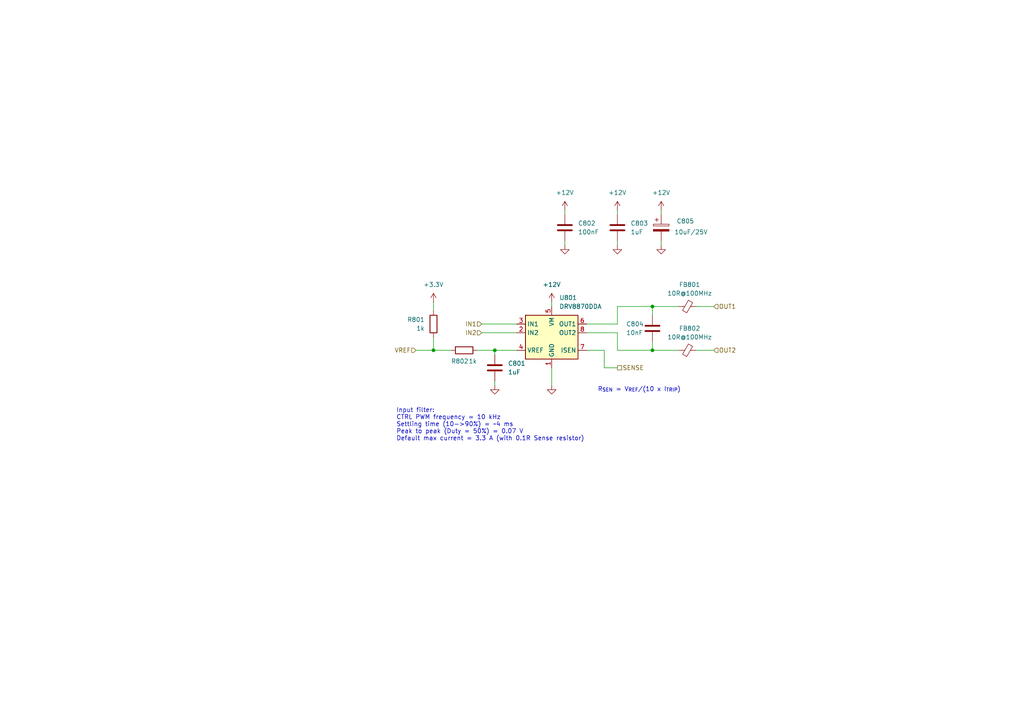
<source format=kicad_sch>
(kicad_sch (version 20231120) (generator "eeschema") (generator_version "8.0")
  (paper "A4")
  (title_block (title "Control board") (date "2024-06-11") (rev "${VERSION}") (company "TrendBit s.r.o.") (comment 1 "Designed by: Petr Malaník"))
  (lib_symbols
    (symbol "Device:C" (pin_numbers hide) (pin_names (offset 0.254))
      (property "Reference" "C" (at 0.635 2.54 0))
      (property "Value" "C" (at 0.635 -2.54 0))
      (symbol "C_0_1"
        (polyline (pts (xy -2.032 -0.762) (xy 2.032 -0.762)) (stroke (width 0.508)))
        (polyline (pts (xy -2.032 0.762) (xy 2.032 0.762)) (stroke (width 0.508)))
      )
      (symbol "C_1_1"
        (pin passive line (at 0 3.81 270) (length 2.794) (name "~") (number "1"))
        (pin passive line (at 0 -3.81 90) (length 2.794) (name "~") (number "2"))
      )
    )
    (symbol "Device:C_Polarized" (pin_numbers hide) (pin_names (offset 0.254))
      (property "Reference" "C" (at 0.635 2.54 0))
      (property "Value" "C_Polarized" (at 0.635 -2.54 0))
      (symbol "C_Polarized_0_1"
        (rectangle (start -2.286 0.508) (end 2.286 1.016))
        (polyline (pts (xy -1.778 2.286) (xy -0.762 2.286)))
        (polyline (pts (xy -1.27 2.794) (xy -1.27 1.778)))
        (rectangle (start 2.286 -0.508) (end -2.286 -1.016) (fill (type outline)))
      )
      (symbol "C_Polarized_1_1"
        (pin passive line (at 0 3.81 270) (length 2.794) (name "~") (number "1"))
        (pin passive line (at 0 -3.81 90) (length 2.794) (name "~") (number "2"))
      )
    )
    (symbol "Device:FerriteBead_Small" (pin_numbers hide) (pin_names (offset 0))
      (property "Reference" "FB" (at 1.905 1.27 0))
      (property "Value" "FerriteBead_Small" (at 1.905 -1.27 0))
      (symbol "FerriteBead_Small_0_1"
        (polyline (pts (xy 0 -1.27) (xy 0 -0.7874)))
        (polyline (pts (xy 0 0.889) (xy 0 1.2954)))
        (polyline (pts (xy -1.8288 0.2794) (xy -1.1176 1.4986) (xy 1.8288 -0.2032) (xy 1.1176 -1.4224) (xy -1.8288 0.2794)))
      )
      (symbol "FerriteBead_Small_1_1"
        (pin passive line (at 0 2.54 270) (length 1.27) (name "~") (number "1"))
        (pin passive line (at 0 -2.54 90) (length 1.27) (name "~") (number "2"))
      )
    )
    (symbol "Device:R" (pin_numbers hide) (pin_names (offset 0))
      (property "Reference" "R" (at 2.032 0 90))
      (property "Value" "R" (at 0 0 90))
      (symbol "R_0_1"
        (rectangle (start -1.016 -2.54) (end 1.016 2.54) (stroke (width 0.254)))
      )
      (symbol "R_1_1"
        (pin passive line (at 0 3.81 270) (length 1.27) (name "~") (number "1"))
        (pin passive line (at 0 -3.81 90) (length 1.27) (name "~") (number "2"))
      )
    )
    (symbol "Driver_Motor:DRV8870DDA"
      (property "Reference" "U" (at -6.35 6.35 0))
      (property "Value" "DRV8870DDA" (at 8.89 6.35 0))
      (symbol "DRV8870DDA_0_1"
        (rectangle (start -7.62 5.08) (end 7.62 -7.62) (stroke (width 0.254)) (fill (type background)))
      )
      (symbol "DRV8870DDA_1_1"
        (pin power_in line (at 0 -10.16 90) (length 2.54) (name "GND") (number "1"))
        (pin input line (at -10.16 0 0) (length 2.54) (name "IN2") (number "2"))
        (pin input line (at -10.16 2.54 0) (length 2.54) (name "IN1") (number "3"))
        (pin input line (at -10.16 -5.08 0) (length 2.54) (name "VREF") (number "4"))
        (pin power_in line (at 0 7.62 270) (length 2.54) (name "VM") (number "5"))
        (pin output line (at 10.16 2.54 180) (length 2.54) (name "OUT1") (number "6"))
        (pin passive line (at 10.16 -5.08 180) (length 2.54) (name "ISEN") (number "7"))
        (pin output line (at 10.16 0 180) (length 2.54) (name "OUT2") (number "8"))
        (pin passive line (at 0 -10.16 90) (length 2.54) hide (name "GND") (number "9"))
      )
    )
    (symbol "power:+12V" (power) (pin_numbers hide) (pin_names (offset 0) hide)
      (property "Value" "+12V" (at 0 3.556 0))
      (symbol "+12V_0_1"
        (polyline (pts (xy -0.762 1.27) (xy 0 2.54)))
        (polyline (pts (xy 0 0) (xy 0 2.54)))
        (polyline (pts (xy 0 2.54) (xy 0.762 1.27)))
      )
      (symbol "+12V_1_1"
        (pin power_in line (at 0 0 90) (length 0) (name "~") (number "1"))
      )
    )
    (symbol "power:+3.3V" (power) (pin_numbers hide) (pin_names (offset 0) hide)
      (property "Value" "+3.3V" (at 0 3.556 0))
      (symbol "+3.3V_0_1"
        (polyline (pts (xy -0.762 1.27) (xy 0 2.54)))
        (polyline (pts (xy 0 0) (xy 0 2.54)))
        (polyline (pts (xy 0 2.54) (xy 0.762 1.27)))
      )
      (symbol "+3.3V_1_1"
        (pin power_in line (at 0 0 90) (length 0) (name "~") (number "1"))
      )
    )
    (symbol "power:GND" (power) (pin_numbers hide) (pin_names (offset 0) hide)
      (property "Value" "GND" (at 0 -3.81 0))
      (symbol "GND_0_1"
        (polyline (pts (xy 0 0) (xy 0 -1.27) (xy 1.27 -1.27) (xy 0 -2.54) (xy -1.27 -1.27) (xy 0 -1.27)))
      )
      (symbol "GND_1_1"
        (pin power_in line (at 0 0 270) (length 0) (name "~") (number "1"))
      )
    )
  )
  (junction (at 189.23 88.9))
  (junction (at 125.73 101.6))
  (junction (at 143.51 101.6))
  (junction (at 189.23 101.6))
  (wire (pts (xy 179.07 101.6) (xy 179.07 96.52)))
  (wire (pts (xy 160.02 87.63) (xy 160.02 88.9)))
  (wire (pts (xy 143.51 101.6) (xy 149.86 101.6)))
  (wire (pts (xy 179.07 69.85) (xy 179.07 71.12)))
  (wire (pts (xy 179.07 60.96) (xy 179.07 62.23)))
  (wire (pts (xy 201.93 101.6) (xy 207.01 101.6)))
  (wire (pts (xy 179.07 106.68) (xy 175.26 106.68)))
  (wire (pts (xy 179.07 88.9) (xy 179.07 93.98)))
  (wire (pts (xy 143.51 101.6) (xy 143.51 102.87)))
  (wire (pts (xy 120.65 101.6) (xy 125.73 101.6)))
  (wire (pts (xy 125.73 101.6) (xy 130.81 101.6)))
  (wire (pts (xy 191.77 60.96) (xy 191.77 62.23)))
  (wire (pts (xy 189.23 88.9) (xy 179.07 88.9)))
  (wire (pts (xy 196.85 101.6) (xy 189.23 101.6)))
  (wire (pts (xy 196.85 88.9) (xy 189.23 88.9)))
  (wire (pts (xy 189.23 88.9) (xy 189.23 91.44)))
  (wire (pts (xy 138.43 101.6) (xy 143.51 101.6)))
  (wire (pts (xy 139.7 93.98) (xy 149.86 93.98)))
  (wire (pts (xy 189.23 99.06) (xy 189.23 101.6)))
  (wire (pts (xy 160.02 106.68) (xy 160.02 111.76)))
  (wire (pts (xy 143.51 110.49) (xy 143.51 111.76)))
  (wire (pts (xy 163.83 60.96) (xy 163.83 62.23)))
  (wire (pts (xy 191.77 71.12) (xy 191.77 69.85)))
  (wire (pts (xy 189.23 101.6) (xy 179.07 101.6)))
  (wire (pts (xy 170.18 93.98) (xy 179.07 93.98)))
  (wire (pts (xy 175.26 101.6) (xy 175.26 106.68)))
  (wire (pts (xy 163.83 69.85) (xy 163.83 71.12)))
  (wire (pts (xy 125.73 97.79) (xy 125.73 101.6)))
  (wire (pts (xy 201.93 88.9) (xy 207.01 88.9)))
  (wire (pts (xy 125.73 87.63) (xy 125.73 90.17)))
  (wire (pts (xy 170.18 101.6) (xy 175.26 101.6)))
  (wire (pts (xy 170.18 96.52) (xy 179.07 96.52)))
  (wire (pts (xy 139.7 96.52) (xy 149.86 96.52)))
  (text "R_{SEN} = V_{REF}/(10 x I_{TRIP})" (at 185.42 113.03 0) (effects (font (size 1.27 1.27))))
  (text "Input filter:\nCTRL PWM frequency = 10 kHz\nSettling time (10->90%) = ~4 ms\nPeak to peak (Duty = 50%) = 0.07 V\nDefault max current = 3.3 A (with 0.1R Sense resistor)" (at 114.935 123.19 0) (effects (font (size 1.27 1.27)) (justify left)))
  (hierarchical_label "IN1" (shape input) (at 139.7 93.98 180))
  (hierarchical_label "SENSE" (shape passive) (at 179.07 106.68 0))
  (hierarchical_label "OUT2" (shape input) (at 207.01 101.6 0))
  (hierarchical_label "IN2" (shape input) (at 139.7 96.52 180))
  (hierarchical_label "OUT1" (shape input) (at 207.01 88.9 0))
  (hierarchical_label "VREF" (shape input) (at 120.65 101.6 180))
  (symbol (lib_id "power:+3.3V") (at 125.73 87.63 0) (unit 1)
    (property "Reference" "#PWR0801" (effects (hide yes)))
    (property "Value" "+3.3V" (at 125.73 82.55 0))
    (property "Description" "Power symbol creates a global label with name \"+3.3V\"" (effects (hide yes)))
    (instances (project "control_board" (path "" (reference "#PWR0801") (unit 1)) (path "" (reference "#PWR01501") (unit 1)) (path "" (reference "#PWR01401") (unit 1))))
  )
  (symbol (lib_id "Device:C") (at 163.83 66.04 0) (unit 1)
    (property "Reference" "C802" (at 167.64 64.7699 0) (effects (justify left)))
    (property "Value" "100nF" (at 167.64 67.3099 0) (effects (justify left)))
    (property "Footprint" "Capacitor_SMD:C_0603_1608Metric" (effects (hide yes)))
    (property "Description" "Unpolarized capacitor" (effects (hide yes)))
    (property "LCSC" "C14663" (effects (hide yes)))
    (instances (project "control_board" (path "" (reference "C802") (unit 1)) (path "" (reference "C1502") (unit 1)) (path "" (reference "C1402") (unit 1))))
  )
  (symbol (lib_id "power:+12V") (at 160.02 87.63 0) (unit 1)
    (property "Reference" "#PWR0803" (effects (hide yes)))
    (property "Value" "+12V" (at 160.02 82.55 0))
    (property "Description" "Power symbol creates a global label with name \"+12V\"" (effects (hide yes)))
    (instances (project "control_board" (path "" (reference "#PWR0803") (unit 1)) (path "" (reference "#PWR01503") (unit 1)) (path "" (reference "#PWR01403") (unit 1))))
  )
  (symbol (lib_id "power:+12V") (at 179.07 60.96 0) (unit 1)
    (property "Reference" "#PWR0807" (effects (hide yes)))
    (property "Value" "+12V" (at 179.07 55.88 0))
    (property "Description" "Power symbol creates a global label with name \"+12V\"" (effects (hide yes)))
    (instances (project "control_board" (path "" (reference "#PWR0807") (unit 1)) (path "" (reference "#PWR01507") (unit 1)) (path "" (reference "#PWR01407") (unit 1))))
  )
  (symbol (lib_id "power:+12V") (at 191.77 60.96 0) (unit 1)
    (property "Reference" "#PWR0809" (effects (hide yes)))
    (property "Value" "+12V" (at 191.77 55.88 0))
    (property "Description" "Power symbol creates a global label with name \"+12V\"" (effects (hide yes)))
    (instances (project "control_board" (path "" (reference "#PWR0809") (unit 1)) (path "" (reference "#PWR01509") (unit 1)) (path "" (reference "#PWR01409") (unit 1))))
  )
  (symbol (lib_id "Device:R") (at 125.73 93.98 180) (unit 1)
    (property "Reference" "R801" (at 123.19 92.71 0) (effects (justify left)))
    (property "Value" "1k" (at 123.19 95.25 0) (effects (justify left)))
    (property "Footprint" "Resistor_SMD:R_0603_1608Metric" (effects (hide yes)))
    (property "LCSC" "C21190" (effects (hide yes)))
    (instances (project "control_board" (path "" (reference "R801") (unit 1)) (path "" (reference "R1501") (unit 1)) (path "" (reference "R1401") (unit 1))))
  )
  (symbol (lib_id "Driver_Motor:DRV8870DDA") (at 160.02 96.52 0) (unit 1)
    (property "Reference" "U801" (at 162.2141 86.36 0) (effects (justify left)))
    (property "Value" "DRV8870DDA" (at 162.2141 88.9 0) (effects (justify left)))
    (property "Footprint" "Package_SO:Texas_HTSOP-8-1EP_3.9x4.9mm_P1.27mm_EP2.95x4.9mm_Mask2.4x3.1mm_ThermalVias" (effects (hide yes)))
    (property "Datasheet" "http://www.ti.com/lit/ds/symlink/drv8870.pdf" (effects (hide yes)))
    (property "Description" "Brushed DC Motor Driver, PWM Control, 45V, 3.6A, Dynamic current limiting, HTSOP-8" (effects (hide yes)))
    (property "LCSC" "C86590" (effects (hide yes)))
    (property "MPN" "DRV8870DDAR" (effects (hide yes)))
    (instances (project "" (path "" (reference "U801") (unit 1)) (path "" (reference "U1501") (unit 1)) (path "" (reference "U1401") (unit 1))))
  )
  (symbol (lib_id "Device:C") (at 179.07 66.04 0) (unit 1)
    (property "Reference" "C803" (at 182.88 64.7699 0) (effects (justify left)))
    (property "Value" "1uF" (at 182.88 67.3099 0) (effects (justify left)))
    (property "Footprint" "Capacitor_SMD:C_0603_1608Metric" (effects (hide yes)))
    (property "Description" "Unpolarized capacitor" (effects (hide yes)))
    (property "LCSC" "C15849" (effects (hide yes)))
    (instances (project "control_board" (path "" (reference "C803") (unit 1)) (path "" (reference "C1503") (unit 1)) (path "" (reference "C1403") (unit 1))))
  )
  (symbol (lib_id "Device:C_Polarized") (at 191.77 66.04 0) (unit 1)
    (property "Reference" "C805" (at 196.215 64.135 0) (effects (justify left)))
    (property "Value" "10uF/25V" (at 195.58 67.31 0) (effects (justify left)))
    (property "Footprint" "Capacitor_SMD:CP_Elec_4x5.4" (effects (hide yes)))
    (property "LCSC" "C72485" (effects (hide yes)))
    (property "MPN" "RVT1V100M0405" (effects (hide yes)))
    (instances (project "control_board" (path "" (reference "C805") (unit 1)) (path "" (reference "C1505") (unit 1)) (path "" (reference "C1405") (unit 1))))
  )
  (symbol (lib_id "Device:R") (at 134.62 101.6 270) (mirror x) (unit 1)
    (property "Reference" "R802" (at 130.81 104.775 90) (effects (justify left)))
    (property "Value" "1k" (at 135.89 104.775 90) (effects (justify left)))
    (property "Footprint" "Resistor_SMD:R_0603_1608Metric" (effects (hide yes)))
    (property "LCSC" "C21190" (effects (hide yes)))
    (instances (project "control_board" (path "" (reference "R802") (unit 1)) (path "" (reference "R1502") (unit 1)) (path "" (reference "R1402") (unit 1))))
  )
  (symbol (lib_id "power:GND") (at 179.07 71.12 0) (mirror y) (unit 1)
    (property "Reference" "#PWR0808" (effects (hide yes)))
    (property "Value" "GND" (effects (hide yes)))
    (property "Description" "Power symbol creates a global label with name \"GND\" , ground" (effects (hide yes)))
    (instances (project "control_board" (path "" (reference "#PWR0808") (unit 1)) (path "" (reference "#PWR01508") (unit 1)) (path "" (reference "#PWR01408") (unit 1))))
  )
  (symbol (lib_id "Device:FerriteBead_Small") (at 199.39 101.6 270) (unit 1)
    (property "Reference" "FB802" (at 200.025 95.25 90))
    (property "Value" "10R@100MHz" (at 200.025 97.79 90))
    (property "Footprint" "Inductor_SMD:L_0603_1608Metric" (effects (hide yes)))
    (property "Description" "Ferrite bead, small symbol" (effects (hide yes)))
    (property "Link" "https://cz.mouser.com/ProductDetail/Murata-Electronics/BLM21PG220SN1D?qs=tuW2Z%252BT4A0yqSWmso6vkmg%3D%3D" (effects (hide yes)))
    (property "MPN" " GZ1608D601TF" (effects (hide yes)))
    (property "MPNA" "BLE18PK100SN1D" (effects (hide yes)))
    (property "Mouser" "https://cz.mouser.com/ProductDetail/Murata-Electronics/BLE18PK100SN1D?qs=W%2FMpXkg%252BdQ6tzBmLeY1psA%3D%3D" (effects (hide yes)))
    (property "LCSC" "C2971881" (effects (hide yes)))
    (instances (project "control_board" (path "" (reference "FB802") (unit 1)) (path "" (reference "FB1502") (unit 1)) (path "" (reference "FB1402") (unit 1))))
  )
  (symbol (lib_id "Device:C") (at 143.51 106.68 0) (unit 1)
    (property "Reference" "C801" (at 147.32 105.41 0) (effects (justify left)))
    (property "Value" "1uF" (at 147.32 107.95 0) (effects (justify left)))
    (property "Footprint" "Capacitor_SMD:C_0603_1608Metric" (effects (hide yes)))
    (property "Description" "Unpolarized capacitor" (effects (hide yes)))
    (property "LCSC" "C15849" (effects (hide yes)))
    (instances (project "control_board" (path "" (reference "C801") (unit 1)) (path "" (reference "C1501") (unit 1)) (path "" (reference "C1401") (unit 1))))
  )
  (symbol (lib_id "power:GND") (at 163.83 71.12 0) (mirror y) (unit 1)
    (property "Reference" "#PWR0806" (effects (hide yes)))
    (property "Value" "GND" (effects (hide yes)))
    (property "Description" "Power symbol creates a global label with name \"GND\" , ground" (effects (hide yes)))
    (instances (project "control_board" (path "" (reference "#PWR0806") (unit 1)) (path "" (reference "#PWR01506") (unit 1)) (path "" (reference "#PWR01406") (unit 1))))
  )
  (symbol (lib_id "power:GND") (at 160.02 111.76 0) (unit 1)
    (property "Reference" "#PWR0804" (effects (hide yes)))
    (property "Value" "GND" (effects (hide yes)))
    (property "Description" "Power symbol creates a global label with name \"GND\" , ground" (effects (hide yes)))
    (instances (project "control_board" (path "" (reference "#PWR0804") (unit 1)) (path "" (reference "#PWR01504") (unit 1)) (path "" (reference "#PWR01404") (unit 1))))
  )
  (symbol (lib_id "Device:C") (at 189.23 95.25 0) (unit 1)
    (property "Reference" "C804" (at 181.61 93.98 0) (effects (justify left)))
    (property "Value" "10nF" (at 181.61 96.52 0) (effects (justify left)))
    (property "Footprint" "Capacitor_SMD:C_0603_1608Metric" (effects (hide yes)))
    (property "Description" "Unpolarized capacitor" (effects (hide yes)))
    (property "LCSC" "C57112" (effects (hide yes)))
    (instances (project "control_board" (path "" (reference "C804") (unit 1)) (path "" (reference "C1504") (unit 1)) (path "" (reference "C1404") (unit 1))))
  )
  (symbol (lib_id "power:GND") (at 143.51 111.76 0) (mirror y) (unit 1)
    (property "Reference" "#PWR0802" (effects (hide yes)))
    (property "Value" "GND" (effects (hide yes)))
    (property "Description" "Power symbol creates a global label with name \"GND\" , ground" (effects (hide yes)))
    (instances (project "control_board" (path "" (reference "#PWR0802") (unit 1)) (path "" (reference "#PWR01502") (unit 1)) (path "" (reference "#PWR01402") (unit 1))))
  )
  (symbol (lib_id "power:+12V") (at 163.83 60.96 0) (unit 1)
    (property "Reference" "#PWR0805" (effects (hide yes)))
    (property "Value" "+12V" (at 163.83 55.88 0))
    (property "Description" "Power symbol creates a global label with name \"+12V\"" (effects (hide yes)))
    (instances (project "control_board" (path "" (reference "#PWR0805") (unit 1)) (path "" (reference "#PWR01505") (unit 1)) (path "" (reference "#PWR01405") (unit 1))))
  )
  (symbol (lib_id "Device:FerriteBead_Small") (at 199.39 88.9 270) (unit 1)
    (property "Reference" "FB801" (at 200.025 82.55 90))
    (property "Value" "10R@100MHz" (at 200.025 85.09 90))
    (property "Footprint" "Inductor_SMD:L_0603_1608Metric" (effects (hide yes)))
    (property "Description" "Ferrite bead, small symbol" (effects (hide yes)))
    (property "Link" "https://cz.mouser.com/ProductDetail/Murata-Electronics/BLM21PG220SN1D?qs=tuW2Z%252BT4A0yqSWmso6vkmg%3D%3D" (effects (hide yes)))
    (property "MPN" " GZ1608D601TF" (effects (hide yes)))
    (property "MPNA" "BLE18PK100SN1D" (effects (hide yes)))
    (property "Mouser" "https://cz.mouser.com/ProductDetail/Murata-Electronics/BLE18PK100SN1D?qs=W%2FMpXkg%252BdQ6tzBmLeY1psA%3D%3D" (effects (hide yes)))
    (property "LCSC" "C2971881" (effects (hide yes)))
    (instances (project "control_board" (path "" (reference "FB801") (unit 1)) (path "" (reference "FB1501") (unit 1)) (path "" (reference "FB1401") (unit 1))))
  )
  (symbol (lib_id "power:GND") (at 191.77 71.12 0) (unit 1)
    (property "Reference" "#PWR0810" (effects (hide yes)))
    (property "Value" "GND" (effects (hide yes)))
    (property "Description" "Power symbol creates a global label with name \"GND\" , ground" (effects (hide yes)))
    (instances (project "control_board" (path "" (reference "#PWR0810") (unit 1)) (path "" (reference "#PWR01510") (unit 1)) (path "" (reference "#PWR01410") (unit 1))))
  )
)
</source>
